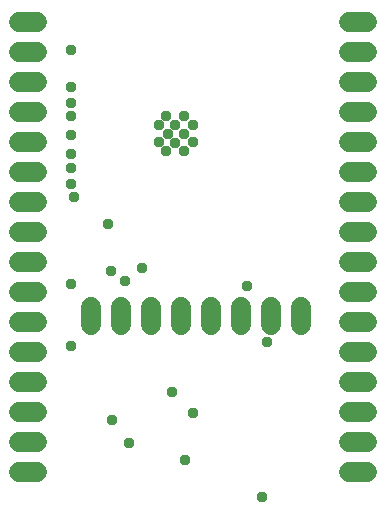
<source format=gbs>
G04 EAGLE Gerber RS-274X export*
G75*
%MOMM*%
%FSLAX34Y34*%
%LPD*%
%INSoldermask Bottom*%
%IPPOS*%
%AMOC8*
5,1,8,0,0,1.08239X$1,22.5*%
G01*
%ADD10C,1.727200*%
%ADD11C,0.959600*%


D10*
X17780Y457200D02*
X33020Y457200D01*
X33020Y431800D02*
X17780Y431800D01*
X17780Y406400D02*
X33020Y406400D01*
X33020Y381000D02*
X17780Y381000D01*
X17780Y355600D02*
X33020Y355600D01*
X33020Y330200D02*
X17780Y330200D01*
X17780Y304800D02*
X33020Y304800D01*
X33020Y279400D02*
X17780Y279400D01*
X17780Y254000D02*
X33020Y254000D01*
X33020Y228600D02*
X17780Y228600D01*
X17780Y203200D02*
X33020Y203200D01*
X33020Y177800D02*
X17780Y177800D01*
X17780Y152400D02*
X33020Y152400D01*
X33020Y127000D02*
X17780Y127000D01*
X17780Y101600D02*
X33020Y101600D01*
X33020Y76200D02*
X17780Y76200D01*
X78740Y200660D02*
X78740Y215900D01*
X104140Y215900D02*
X104140Y200660D01*
X129540Y200660D02*
X129540Y215900D01*
X154940Y215900D02*
X154940Y200660D01*
X180340Y200660D02*
X180340Y215900D01*
X205740Y215900D02*
X205740Y200660D01*
X231140Y200660D02*
X231140Y215900D01*
X256540Y215900D02*
X256540Y200660D01*
X297180Y76200D02*
X312420Y76200D01*
X312420Y101600D02*
X297180Y101600D01*
X297180Y127000D02*
X312420Y127000D01*
X312420Y152400D02*
X297180Y152400D01*
X297180Y177800D02*
X312420Y177800D01*
X312420Y203200D02*
X297180Y203200D01*
X297180Y228600D02*
X312420Y228600D01*
X312420Y254000D02*
X297180Y254000D01*
X297180Y279400D02*
X312420Y279400D01*
X312420Y304800D02*
X297180Y304800D01*
X297180Y330200D02*
X312420Y330200D01*
X312420Y355600D02*
X297180Y355600D01*
X297180Y381000D02*
X312420Y381000D01*
X312420Y406400D02*
X297180Y406400D01*
X297180Y431800D02*
X312420Y431800D01*
X312420Y457200D02*
X297180Y457200D01*
D11*
X142240Y377190D03*
X157480Y377190D03*
X135890Y369570D03*
X135890Y355600D03*
X142240Y347980D03*
X143510Y361950D03*
X149860Y354330D03*
X157480Y347980D03*
X165100Y355600D03*
X157480Y361950D03*
X149860Y369570D03*
X165100Y369570D03*
X96393Y120142D03*
X61722Y402336D03*
X61722Y388620D03*
X61722Y377190D03*
X61722Y361188D03*
X61722Y235458D03*
X121158Y249174D03*
X61722Y345186D03*
X61722Y333756D03*
X61722Y320040D03*
X64008Y308610D03*
X92837Y285877D03*
X61722Y182880D03*
X157734Y86106D03*
X61214Y433070D03*
X146812Y144018D03*
X164592Y125603D03*
X227076Y185928D03*
X223520Y54864D03*
X110490Y100330D03*
X95123Y246507D03*
X107442Y237744D03*
X210312Y233172D03*
M02*

</source>
